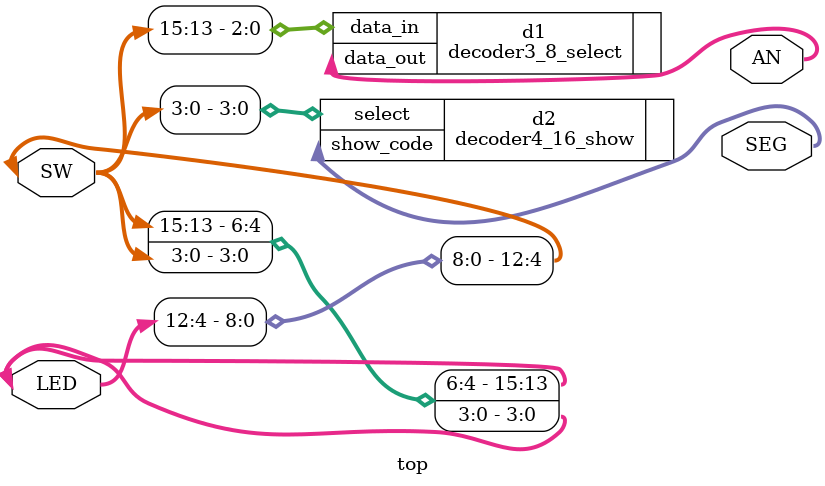
<source format=v>
`timescale 1ns / 1ps


module top(SW,LED,AN,SEG);
    input [15:0]SW;
    input [15:0]LED;
    output [7:0]AN;
    output [7:0]SEG;
    
    decoder3_8_select d1(.data_in(SW[15:13]), .data_out(AN[7:0]));
    decoder4_16_show  d2(.select(SW[3:0]),    .show_code(SEG[7:0]));
    
    assign LED[15:0] = SW[15:0];
    
endmodule

</source>
